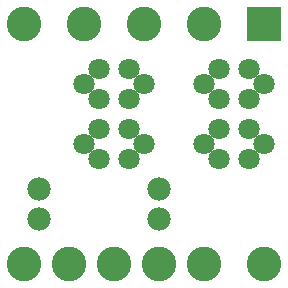
<source format=gbr>
G04 #@! TF.FileFunction,Soldermask,Top*
%FSLAX46Y46*%
G04 Gerber Fmt 4.6, Leading zero omitted, Abs format (unit mm)*
G04 Created by KiCad (PCBNEW 4.0.5) date 02/09/17 20:51:09*
%MOMM*%
%LPD*%
G01*
G04 APERTURE LIST*
%ADD10C,0.100000*%
%ADD11R,2.940000X2.940000*%
%ADD12C,2.940000*%
%ADD13C,1.974800*%
%ADD14C,1.797000*%
G04 APERTURE END LIST*
D10*
D11*
X121920000Y-91440000D03*
D12*
X116840000Y-91440000D03*
X111760000Y-91440000D03*
X106680000Y-91440000D03*
X101600000Y-91440000D03*
X101600000Y-111760000D03*
X105410000Y-111760000D03*
X109220000Y-111760000D03*
X116840000Y-111760000D03*
X113030000Y-111760000D03*
X121920000Y-111760000D03*
D13*
X102870000Y-105410000D03*
X113030000Y-105410000D03*
X102870000Y-107950000D03*
X113030000Y-107950000D03*
D14*
X121920000Y-101600000D03*
X120650000Y-102870000D03*
X120650000Y-100330000D03*
X118110000Y-100330000D03*
X118110000Y-102870000D03*
X116840000Y-101600000D03*
X106680000Y-101600000D03*
X107950000Y-100330000D03*
X107950000Y-102870000D03*
X110490000Y-102870000D03*
X110490000Y-100330000D03*
X111760000Y-101600000D03*
X106680000Y-96520000D03*
X107950000Y-95250000D03*
X107950000Y-97790000D03*
X110490000Y-97790000D03*
X110490000Y-95250000D03*
X111760000Y-96520000D03*
X121920000Y-96520000D03*
X120650000Y-97790000D03*
X120650000Y-95250000D03*
X118110000Y-95250000D03*
X118110000Y-97790000D03*
X116840000Y-96520000D03*
M02*

</source>
